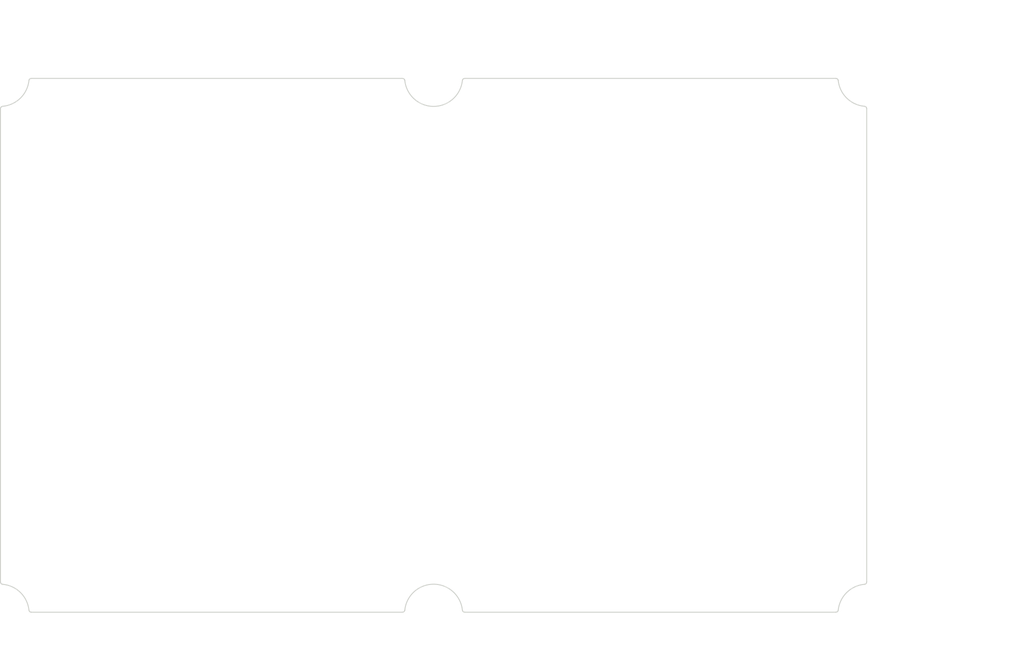
<source format=kicad_pcb>
(kicad_pcb (version 20171130) (host pcbnew "(5.1.0)-1")

  (general
    (thickness 1.6)
    (drawings 102)
    (tracks 0)
    (zones 0)
    (modules 0)
    (nets 1)
  )

  (page A4)
  (layers
    (0 F.Cu signal)
    (31 B.Cu signal)
    (32 B.Adhes user)
    (33 F.Adhes user)
    (34 B.Paste user)
    (35 F.Paste user)
    (36 B.SilkS user)
    (37 F.SilkS user)
    (38 B.Mask user)
    (39 F.Mask user)
    (40 Dwgs.User user)
    (41 Cmts.User user)
    (42 Eco1.User user)
    (43 Eco2.User user)
    (44 Edge.Cuts user)
    (45 Margin user)
    (46 B.CrtYd user)
    (47 F.CrtYd user)
    (48 B.Fab user)
    (49 F.Fab user)
  )

  (setup
    (last_trace_width 0.25)
    (trace_clearance 0.2)
    (zone_clearance 0.508)
    (zone_45_only no)
    (trace_min 0.2)
    (via_size 0.8)
    (via_drill 0.4)
    (via_min_size 0.4)
    (via_min_drill 0.3)
    (uvia_size 0.3)
    (uvia_drill 0.1)
    (uvias_allowed no)
    (uvia_min_size 0.2)
    (uvia_min_drill 0.1)
    (edge_width 0.05)
    (segment_width 0.2)
    (pcb_text_width 0.3)
    (pcb_text_size 1.5 1.5)
    (mod_edge_width 0.12)
    (mod_text_size 1 1)
    (mod_text_width 0.15)
    (pad_size 1.524 1.524)
    (pad_drill 0.762)
    (pad_to_mask_clearance 0.051)
    (solder_mask_min_width 0.25)
    (aux_axis_origin 0 0)
    (visible_elements FFFFFF7F)
    (pcbplotparams
      (layerselection 0x010fc_ffffffff)
      (usegerberextensions false)
      (usegerberattributes false)
      (usegerberadvancedattributes false)
      (creategerberjobfile false)
      (excludeedgelayer true)
      (linewidth 0.152400)
      (plotframeref false)
      (viasonmask false)
      (mode 1)
      (useauxorigin false)
      (hpglpennumber 1)
      (hpglpenspeed 20)
      (hpglpendiameter 15.000000)
      (psnegative false)
      (psa4output false)
      (plotreference true)
      (plotvalue true)
      (plotinvisibletext false)
      (padsonsilk false)
      (subtractmaskfromsilk false)
      (outputformat 1)
      (mirror false)
      (drillshape 1)
      (scaleselection 1)
      (outputdirectory ""))
  )

  (net 0 "")

  (net_class Default "This is the default net class."
    (clearance 0.2)
    (trace_width 0.25)
    (via_dia 0.8)
    (via_drill 0.4)
    (uvia_dia 0.3)
    (uvia_drill 0.1)
  )

  (gr_curve (pts (xy 141.616814 40.919543) (xy 141.565991 40.989727) (xy 141.534005 41.073349) (xy 141.524742 41.158866)) (layer Edge.Cuts) (width 0.2))
  (gr_curve (pts (xy 141.792753 40.768401) (xy 141.723365 40.804121) (xy 141.662626 40.856278) (xy 141.616814 40.919543)) (layer Edge.Cuts) (width 0.2))
  (gr_curve (pts (xy 141.930618 40.721317) (xy 141.882507 40.730212) (xy 141.836121 40.746076) (xy 141.792753 40.768401)) (layer Edge.Cuts) (width 0.2))
  (gr_curve (pts (xy 142.021531 40.712984) (xy 141.991243 40.712984) (xy 141.960687 40.715758) (xy 141.930618 40.721317)) (layer Edge.Cuts) (width 0.2))
  (gr_arc (start 135.615045 40.518717) (end 129.705348 41.158866) (angle -167.6354432) (layer Edge.Cuts) (width 0.2))
  (gr_curve (pts (xy 129.456406 40.778747) (xy 129.381156 40.735778) (xy 129.294577 40.712984) (xy 129.208559 40.712984)) (layer Edge.Cuts) (width 0.2))
  (gr_curve (pts (xy 129.625616 40.937386) (xy 129.582631 40.872248) (xy 129.524236 40.817479) (xy 129.456406 40.778747)) (layer Edge.Cuts) (width 0.2))
  (gr_curve (pts (xy 129.687273 41.069379) (xy 129.673248 41.022506) (xy 129.652482 40.978098) (xy 129.625616 40.937386)) (layer Edge.Cuts) (width 0.2))
  (gr_curve (pts (xy 129.705348 41.158866) (xy 129.702086 41.128754) (xy 129.696038 41.098674) (xy 129.687273 41.069379)) (layer Edge.Cuts) (width 0.2))
  (gr_line (start 129.208559 40.712984) (end 53.021531 40.712984) (layer Edge.Cuts) (width 0.2))
  (gr_curve (pts (xy 52.542818 41.069379) (xy 52.534052 41.098674) (xy 52.528004 41.128754) (xy 52.524742 41.158866)) (layer Edge.Cuts) (width 0.2))
  (gr_curve (pts (xy 52.604474 40.937386) (xy 52.577609 40.978098) (xy 52.556842 41.022506) (xy 52.542818 41.069379)) (layer Edge.Cuts) (width 0.2))
  (gr_curve (pts (xy 52.773685 40.778747) (xy 52.705854 40.817479) (xy 52.647459 40.872248) (xy 52.604474 40.937386)) (layer Edge.Cuts) (width 0.2))
  (gr_curve (pts (xy 53.021531 40.712984) (xy 52.935514 40.712984) (xy 52.848934 40.735778) (xy 52.773685 40.778747)) (layer Edge.Cuts) (width 0.2))
  (gr_arc (start 46.615045 40.518717) (end 47.139887 46.439768) (angle -78.75226015) (layer Edge.Cuts) (width 0.2))
  (gr_curve (pts (xy 46.692867 46.845408) (xy 46.68716 46.875861) (xy 46.684312 46.906824) (xy 46.684312 46.937512)) (layer Edge.Cuts) (width 0.2))
  (gr_curve (pts (xy 46.741173 46.705946) (xy 46.71827 46.749759) (xy 46.701997 46.796684) (xy 46.692867 46.845408)) (layer Edge.Cuts) (width 0.2))
  (gr_curve (pts (xy 46.895957 46.529156) (xy 46.831253 46.574787) (xy 46.777818 46.635847) (xy 46.741173 46.705946)) (layer Edge.Cuts) (width 0.2))
  (gr_curve (pts (xy 47.139887 46.439768) (xy 47.053074 46.447463) (xy 46.967739 46.478535) (xy 46.895957 46.529156)) (layer Edge.Cuts) (width 0.2))
  (gr_line (start 46.684312 46.937512) (end 46.684312 144.099922) (layer Edge.Cuts) (width 0.2))
  (gr_curve (pts (xy 47.048898 144.581012) (xy 47.078728 144.589385) (xy 47.109319 144.594956) (xy 47.139887 144.597666)) (layer Edge.Cuts) (width 0.2))
  (gr_curve (pts (xy 46.914246 144.520581) (xy 46.955866 144.547262) (xy 47.00117 144.567615) (xy 47.048898 144.581012)) (layer Edge.Cuts) (width 0.2))
  (gr_curve (pts (xy 46.751813 144.350792) (xy 46.791553 144.419272) (xy 46.847656 144.47789) (xy 46.914246 144.520581)) (layer Edge.Cuts) (width 0.2))
  (gr_curve (pts (xy 46.684312 144.099922) (xy 46.684312 144.187075) (xy 46.707727 144.274821) (xy 46.751813 144.350792)) (layer Edge.Cuts) (width 0.2))
  (gr_arc (start 46.615045 150.518717) (end 52.524742 149.878568) (angle -78.75226015) (layer Edge.Cuts) (width 0.2))
  (gr_curve (pts (xy 52.930618 150.316117) (xy 52.960687 150.321676) (xy 52.991243 150.32445) (xy 53.021531 150.32445)) (layer Edge.Cuts) (width 0.2))
  (gr_curve (pts (xy 52.792753 150.269033) (xy 52.836121 150.291358) (xy 52.882507 150.307222) (xy 52.930618 150.316117)) (layer Edge.Cuts) (width 0.2))
  (gr_curve (pts (xy 52.616814 150.117891) (xy 52.662626 150.181156) (xy 52.723365 150.233313) (xy 52.792753 150.269033)) (layer Edge.Cuts) (width 0.2))
  (gr_curve (pts (xy 52.524742 149.878568) (xy 52.534005 149.964085) (xy 52.565991 150.047707) (xy 52.616814 150.117891)) (layer Edge.Cuts) (width 0.2))
  (gr_line (start 53.021531 150.32445) (end 129.208559 150.32445) (layer Edge.Cuts) (width 0.2))
  (gr_curve (pts (xy 129.687273 149.968055) (xy 129.696038 149.93876) (xy 129.702086 149.90868) (xy 129.705348 149.878568)) (layer Edge.Cuts) (width 0.2))
  (gr_curve (pts (xy 129.625616 150.100048) (xy 129.652482 150.059337) (xy 129.673248 150.014928) (xy 129.687273 149.968055)) (layer Edge.Cuts) (width 0.2))
  (gr_curve (pts (xy 129.456406 150.258687) (xy 129.524236 150.219955) (xy 129.582631 150.165186) (xy 129.625616 150.100048)) (layer Edge.Cuts) (width 0.2))
  (gr_curve (pts (xy 129.208559 150.32445) (xy 129.294577 150.32445) (xy 129.381156 150.301656) (xy 129.456406 150.258687)) (layer Edge.Cuts) (width 0.2))
  (gr_arc (start 135.615045 150.518717) (end 141.524742 149.878568) (angle -167.6354432) (layer Edge.Cuts) (width 0.2))
  (gr_curve (pts (xy 141.930618 150.316117) (xy 141.960687 150.321676) (xy 141.991243 150.32445) (xy 142.021531 150.32445)) (layer Edge.Cuts) (width 0.2))
  (gr_curve (pts (xy 141.792753 150.269033) (xy 141.836121 150.291358) (xy 141.882507 150.307222) (xy 141.930618 150.316117)) (layer Edge.Cuts) (width 0.2))
  (gr_curve (pts (xy 141.616814 150.117891) (xy 141.662626 150.181156) (xy 141.723365 150.233313) (xy 141.792753 150.269033)) (layer Edge.Cuts) (width 0.2))
  (gr_curve (pts (xy 141.524742 149.878568) (xy 141.534005 149.964085) (xy 141.565991 150.047707) (xy 141.616814 150.117891)) (layer Edge.Cuts) (width 0.2))
  (gr_line (start 142.021531 150.32445) (end 218.208559 150.32445) (layer Edge.Cuts) (width 0.2))
  (gr_curve (pts (xy 218.613277 150.117891) (xy 218.6641 150.047707) (xy 218.696085 149.964085) (xy 218.705348 149.878568)) (layer Edge.Cuts) (width 0.2))
  (gr_curve (pts (xy 218.437337 150.269033) (xy 218.506726 150.233313) (xy 218.567465 150.181156) (xy 218.613277 150.117891)) (layer Edge.Cuts) (width 0.2))
  (gr_curve (pts (xy 218.299473 150.316117) (xy 218.347583 150.307222) (xy 218.39397 150.291358) (xy 218.437337 150.269033)) (layer Edge.Cuts) (width 0.2))
  (gr_curve (pts (xy 218.208559 150.32445) (xy 218.238847 150.32445) (xy 218.269404 150.321676) (xy 218.299473 150.316117)) (layer Edge.Cuts) (width 0.2))
  (gr_arc (start 224.615045 150.518717) (end 224.090203 144.597666) (angle -78.75226015) (layer Edge.Cuts) (width 0.2))
  (gr_curve (pts (xy 224.478277 144.350792) (xy 224.522363 144.274821) (xy 224.545778 144.187075) (xy 224.545778 144.099922)) (layer Edge.Cuts) (width 0.2))
  (gr_curve (pts (xy 224.315844 144.520581) (xy 224.382434 144.47789) (xy 224.438537 144.419273) (xy 224.478277 144.350792)) (layer Edge.Cuts) (width 0.2))
  (gr_curve (pts (xy 224.181192 144.581012) (xy 224.22892 144.567615) (xy 224.274225 144.547262) (xy 224.315844 144.520581)) (layer Edge.Cuts) (width 0.2))
  (gr_curve (pts (xy 224.090203 144.597666) (xy 224.120771 144.594956) (xy 224.151362 144.589385) (xy 224.181192 144.581012)) (layer Edge.Cuts) (width 0.2))
  (gr_line (start 224.545778 144.099922) (end 224.545778 46.937512) (layer Edge.Cuts) (width 0.2))
  (gr_curve (pts (xy 224.334133 46.529156) (xy 224.262352 46.478535) (xy 224.177016 46.447463) (xy 224.090203 46.439768)) (layer Edge.Cuts) (width 0.2))
  (gr_curve (pts (xy 224.488917 46.705946) (xy 224.452272 46.635847) (xy 224.398838 46.574787) (xy 224.334133 46.529156)) (layer Edge.Cuts) (width 0.2))
  (gr_curve (pts (xy 224.537224 46.845408) (xy 224.528093 46.796684) (xy 224.51182 46.749759) (xy 224.488917 46.705946)) (layer Edge.Cuts) (width 0.2))
  (gr_curve (pts (xy 224.545778 46.937512) (xy 224.545778 46.906824) (xy 224.54293 46.875861) (xy 224.537224 46.845408)) (layer Edge.Cuts) (width 0.2))
  (gr_arc (start 224.615045 40.518717) (end 218.705348 41.158866) (angle -78.75226015) (layer Edge.Cuts) (width 0.2))
  (gr_curve (pts (xy 218.456406 40.778747) (xy 218.381156 40.735778) (xy 218.294577 40.712984) (xy 218.208559 40.712984)) (layer Edge.Cuts) (width 0.2))
  (gr_curve (pts (xy 218.625616 40.937386) (xy 218.582631 40.872248) (xy 218.524236 40.817479) (xy 218.456406 40.778747)) (layer Edge.Cuts) (width 0.2))
  (gr_curve (pts (xy 218.687273 41.069379) (xy 218.673248 41.022506) (xy 218.652482 40.978098) (xy 218.625616 40.937386)) (layer Edge.Cuts) (width 0.2))
  (gr_curve (pts (xy 218.705348 41.158866) (xy 218.702086 41.128754) (xy 218.696038 41.098674) (xy 218.687273 41.069379)) (layer Edge.Cuts) (width 0.2))
  (gr_line (start 218.208559 40.712984) (end 142.021531 40.712984) (layer Edge.Cuts) (width 0.2))
  (gr_text [.01] (at 122.052167 50.574778) (layer Dwgs.User)
    (effects (font (size 1.7 1.53) (thickness 0.2125)))
  )
  (gr_text " .19" (at 122.052167 47.017342) (layer Dwgs.User)
    (effects (font (size 1.7 1.53) (thickness 0.2125)))
  )
  (gr_line (start 127.004998 48.685316) (end 125.004998 48.685316) (layer Dwgs.User) (width 0.2))
  (gr_line (start 127.004998 42.712984) (end 127.004998 48.685316) (layer Dwgs.User) (width 0.2))
  (gr_line (start 127.004998 38.518717) (end 127.004998 36.518717) (layer Dwgs.User) (width 0.2))
  (gr_line (start 134.615045 40.518717) (end 123.829998 40.518717) (layer Dwgs.User) (width 0.2))
  (gr_text [R0.02] (at 230.907562 158.144165) (layer Dwgs.User)
    (effects (font (size 1.7 1.53) (thickness 0.2125)))
  )
  (gr_text " R.50" (at 230.907562 154.58673) (layer Dwgs.User)
    (effects (font (size 1.7 1.53) (thickness 0.2125)))
  )
  (gr_line (start 224.436791 156.254704) (end 219.947711 151.620231) (layer Dwgs.User) (width 0.2))
  (gr_line (start 226.436791 156.254704) (end 224.436791 156.254704) (layer Dwgs.User) (width 0.2))
  (gr_text [R0.23] (at 147.965098 50.428308) (layer Dwgs.User)
    (effects (font (size 1.7 1.53) (thickness 0.2125)))
  )
  (gr_text " R5.94" (at 147.965098 46.870873) (layer Dwgs.User)
    (effects (font (size 1.7 1.53) (thickness 0.2125)))
  )
  (gr_line (start 141.494327 48.538847) (end 140.311881 46.925831) (layer Dwgs.User) (width 0.2))
  (gr_line (start 143.494327 48.538847) (end 141.494327 48.538847) (layer Dwgs.User) (width 0.2))
  (gr_text [R0.23] (at 211.630683 144.894086) (layer Dwgs.User)
    (effects (font (size 1.7 1.53) (thickness 0.2125)))
  )
  (gr_text " R5.94" (at 211.630683 141.336651) (layer Dwgs.User)
    (effects (font (size 1.7 1.53) (thickness 0.2125)))
  )
  (gr_line (start 218.101454 143.004625) (end 219.411474 144.515866) (layer Dwgs.User) (width 0.2))
  (gr_line (start 216.101454 143.004625) (end 218.101454 143.004625) (layer Dwgs.User) (width 0.2))
  (gr_text [4.32] (at 252.090602 129.789687) (layer Dwgs.User)
    (effects (font (size 1.7 1.53) (thickness 0.2125)))
  )
  (gr_text " 109.61" (at 252.090602 126.232251) (layer Dwgs.User)
    (effects (font (size 1.7 1.53) (thickness 0.2125)))
  )
  (gr_line (start 252.090602 42.712984) (end 252.090602 124.34279) (layer Dwgs.User) (width 0.2))
  (gr_line (start 252.090602 148.32445) (end 252.090602 131.457661) (layer Dwgs.User) (width 0.2))
  (gr_line (start 219.208559 40.712984) (end 255.265602 40.712984) (layer Dwgs.User) (width 0.2))
  (gr_line (start 219.208559 150.32445) (end 255.265602 150.32445) (layer Dwgs.User) (width 0.2))
  (gr_text [3.86] (at 240.018906 89.822586) (layer Dwgs.User)
    (effects (font (size 1.7 1.53) (thickness 0.2125)))
  )
  (gr_text " 98.16" (at 240.018906 86.26515) (layer Dwgs.User)
    (effects (font (size 1.7 1.53) (thickness 0.2125)))
  )
  (gr_line (start 240.018906 48.439768) (end 240.018906 84.375689) (layer Dwgs.User) (width 0.2))
  (gr_line (start 240.018906 142.597666) (end 240.018906 91.49056) (layer Dwgs.User) (width 0.2))
  (gr_line (start 225.090203 46.439768) (end 243.193906 46.439768) (layer Dwgs.User) (width 0.2))
  (gr_line (start 225.090203 144.597666) (end 243.193906 144.597666) (layer Dwgs.User) (width 0.2))
  (gr_text [3.04] (at 148.095207 37.620658) (layer Dwgs.User)
    (effects (font (size 1.7 1.53) (thickness 0.2125)))
  )
  (gr_text " 77.18" (at 148.095207 34.063222) (layer Dwgs.User)
    (effects (font (size 1.7 1.53) (thickness 0.2125)))
  )
  (gr_line (start 216.705348 35.731196) (end 152.144457 35.731196) (layer Dwgs.User) (width 0.2))
  (gr_line (start 143.524742 35.731196) (end 144.045957 35.731196) (layer Dwgs.User) (width 0.2))
  (gr_line (start 218.705348 40.158866) (end 218.705348 32.556196) (layer Dwgs.User) (width 0.2))
  (gr_line (start 141.524742 40.158866) (end 141.524742 32.556196) (layer Dwgs.User) (width 0.2))
  (gr_text [7.00] (at 138.877666 29.781345) (layer Dwgs.User)
    (effects (font (size 1.7 1.53) (thickness 0.2125)))
  )
  (gr_text " 177.86" (at 138.877666 26.22391) (layer Dwgs.User)
    (effects (font (size 1.7 1.53) (thickness 0.2125)))
  )
  (gr_line (start 48.684312 27.891884) (end 134.170333 27.891884) (layer Dwgs.User) (width 0.2))
  (gr_line (start 222.545778 27.891884) (end 143.584999 27.891884) (layer Dwgs.User) (width 0.2))
  (gr_line (start 46.684312 45.937512) (end 46.684312 24.716884) (layer Dwgs.User) (width 0.2))
  (gr_line (start 224.545778 45.937512) (end 224.545778 24.716884) (layer Dwgs.User) (width 0.2))

)

</source>
